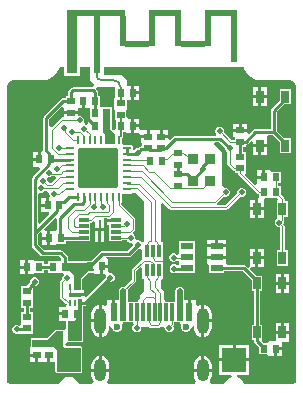
<source format=gtl>
G04*
G04 #@! TF.GenerationSoftware,Altium Limited,Altium Designer,22.10.1 (41)*
G04*
G04 Layer_Physical_Order=1*
G04 Layer_Color=255*
%FSLAX44Y44*%
%MOMM*%
G71*
G04*
G04 #@! TF.SameCoordinates,4435170C-8FAF-4430-8920-974BABAA59A2*
G04*
G04*
G04 #@! TF.FilePolarity,Positive*
G04*
G01*
G75*
%ADD12C,0.2500*%
%ADD17R,0.6000X1.5000*%
%ADD18R,0.3000X1.5000*%
%ADD19R,0.3000X0.9900*%
G04:AMPARAMS|DCode=20|XSize=0.9mm|YSize=0.8mm|CornerRadius=0.04mm|HoleSize=0mm|Usage=FLASHONLY|Rotation=270.000|XOffset=0mm|YOffset=0mm|HoleType=Round|Shape=RoundedRectangle|*
%AMROUNDEDRECTD20*
21,1,0.9000,0.7200,0,0,270.0*
21,1,0.8200,0.8000,0,0,270.0*
1,1,0.0800,-0.3600,-0.4100*
1,1,0.0800,-0.3600,0.4100*
1,1,0.0800,0.3600,0.4100*
1,1,0.0800,0.3600,-0.4100*
%
%ADD20ROUNDEDRECTD20*%
%ADD21R,0.7000X0.6000*%
%ADD22R,0.6000X0.7000*%
G04:AMPARAMS|DCode=23|XSize=3.45mm|YSize=3.45mm|CornerRadius=0.1725mm|HoleSize=0mm|Usage=FLASHONLY|Rotation=90.000|XOffset=0mm|YOffset=0mm|HoleType=Round|Shape=RoundedRectangle|*
%AMROUNDEDRECTD23*
21,1,3.4500,3.1050,0,0,90.0*
21,1,3.1050,3.4500,0,0,90.0*
1,1,0.3450,1.5525,1.5525*
1,1,0.3450,1.5525,-1.5525*
1,1,0.3450,-1.5525,-1.5525*
1,1,0.3450,-1.5525,1.5525*
%
%ADD23ROUNDEDRECTD23*%
G04:AMPARAMS|DCode=24|XSize=0.25mm|YSize=0.7mm|CornerRadius=0.0125mm|HoleSize=0mm|Usage=FLASHONLY|Rotation=270.000|XOffset=0mm|YOffset=0mm|HoleType=Round|Shape=RoundedRectangle|*
%AMROUNDEDRECTD24*
21,1,0.2500,0.6750,0,0,270.0*
21,1,0.2250,0.7000,0,0,270.0*
1,1,0.0250,-0.3375,-0.1125*
1,1,0.0250,-0.3375,0.1125*
1,1,0.0250,0.3375,0.1125*
1,1,0.0250,0.3375,-0.1125*
%
%ADD24ROUNDEDRECTD24*%
G04:AMPARAMS|DCode=25|XSize=0.25mm|YSize=0.7mm|CornerRadius=0.0125mm|HoleSize=0mm|Usage=FLASHONLY|Rotation=180.000|XOffset=0mm|YOffset=0mm|HoleType=Round|Shape=RoundedRectangle|*
%AMROUNDEDRECTD25*
21,1,0.2500,0.6750,0,0,180.0*
21,1,0.2250,0.7000,0,0,180.0*
1,1,0.0250,-0.1125,0.3375*
1,1,0.0250,0.1125,0.3375*
1,1,0.0250,0.1125,-0.3375*
1,1,0.0250,-0.1125,-0.3375*
%
%ADD25ROUNDEDRECTD25*%
%ADD26R,0.9000X0.3000*%
%ADD28R,0.6500X1.0500*%
%ADD29R,1.0500X0.5500*%
%ADD30R,0.2000X0.6000*%
%ADD31R,0.9900X0.3500*%
%ADD51C,0.1553*%
%ADD52R,0.2500X1.6500*%
%ADD53R,2.0000X2.0000*%
%ADD54R,0.5000X3.9400*%
%ADD55R,2.7000X0.5000*%
%ADD56R,0.5000X2.6400*%
%ADD57R,2.0000X0.5000*%
%ADD58R,0.5000X4.9000*%
%ADD59R,5.0000X0.5000*%
%ADD60R,0.9000X4.9000*%
%ADD61C,0.1250*%
%ADD62C,0.1100*%
%ADD63C,0.2540*%
%ADD64C,0.1550*%
%ADD65C,0.5000*%
%ADD66C,0.6000*%
%ADD67O,1.0000X2.2000*%
%ADD68O,1.0000X1.9000*%
%ADD69C,0.5000*%
G36*
X793270Y810960D02*
X796077D01*
X797540Y810960D01*
X797750Y809047D01*
Y802250D01*
X796460Y802040D01*
Y798255D01*
X795928Y797803D01*
X794460Y797151D01*
X793769Y797437D01*
X793493Y797656D01*
X792635Y799527D01*
X792835Y800010D01*
Y801502D01*
X792264Y802880D01*
X791209Y803935D01*
X789831Y804506D01*
X788339D01*
X788040Y804706D01*
Y805730D01*
X782000D01*
X775960D01*
Y803184D01*
X774354D01*
X773623Y803039D01*
X773003Y802624D01*
X765549Y795171D01*
X763549Y795999D01*
Y801944D01*
X773960Y812355D01*
X775960Y811527D01*
Y808270D01*
X782000D01*
X788040D01*
Y810960D01*
X790730D01*
Y817000D01*
X793270D01*
Y810960D01*
D02*
G37*
G36*
X818970Y820030D02*
X818470D01*
X818470Y809970D01*
X819250Y808293D01*
Y800750D01*
X819750D01*
Y792992D01*
X817750Y792163D01*
X816353Y793560D01*
Y810000D01*
X816250Y810249D01*
Y811750D01*
X808043D01*
X807595Y811875D01*
X806250Y812957D01*
Y821750D01*
X804549D01*
Y824536D01*
X804355Y825511D01*
X803802Y826338D01*
X802886Y827254D01*
X803969Y829000D01*
X818970D01*
Y820030D01*
D02*
G37*
G36*
X815000Y793000D02*
X819000Y789000D01*
Y781000D01*
X811000D01*
Y789000D01*
X809000Y791000D01*
Y810000D01*
X815000D01*
Y793000D01*
D02*
G37*
G36*
X928343Y844136D02*
X929759Y841487D01*
X931664Y839164D01*
X933987Y837259D01*
X936636Y835843D01*
X939510Y834971D01*
X942500Y834676D01*
Y834696D01*
X967500D01*
X967544Y834705D01*
X969304Y834355D01*
X970833Y833333D01*
X971855Y831804D01*
X972205Y830044D01*
X972196Y830000D01*
Y580000D01*
X972165D01*
X972000Y579172D01*
X971531Y578469D01*
X970828Y578000D01*
X970000Y577835D01*
Y577804D01*
X928310D01*
X927643Y579413D01*
X926241Y581241D01*
X924413Y582643D01*
X922284Y583525D01*
X922628Y585460D01*
X932540D01*
Y596730D01*
X920000D01*
X907460D01*
Y585460D01*
X917372D01*
X917716Y583525D01*
X915587Y582643D01*
X913759Y581241D01*
X912357Y579413D01*
X911691Y577804D01*
X900039D01*
X899150Y579804D01*
X899836Y580698D01*
X900596Y582532D01*
X900855Y584500D01*
Y587730D01*
X893250D01*
X885645D01*
Y584500D01*
X885904Y582532D01*
X886664Y580698D01*
X887349Y579804D01*
X886461Y577804D01*
X813539D01*
X812651Y579804D01*
X813336Y580698D01*
X814096Y582532D01*
X814355Y584500D01*
Y587730D01*
X806750D01*
Y589000D01*
D01*
Y587730D01*
X799145D01*
Y584500D01*
X799404Y582532D01*
X800164Y580698D01*
X800850Y579804D01*
X799961Y577804D01*
X788309D01*
X787643Y579413D01*
X786241Y581241D01*
X784413Y582643D01*
X782284Y583525D01*
X780000Y583825D01*
X777716Y583525D01*
X775587Y582643D01*
X773759Y581241D01*
X772357Y579413D01*
X771690Y577804D01*
X730000Y577804D01*
Y577835D01*
X729172Y578000D01*
X728469Y578469D01*
X728000Y579172D01*
X727835Y580000D01*
X727804D01*
Y830000D01*
X727795Y830044D01*
X728145Y831804D01*
X729167Y833333D01*
X730696Y834355D01*
X732456Y834705D01*
X732500Y834696D01*
X757500D01*
Y834676D01*
X760490Y834971D01*
X763364Y835843D01*
X766013Y837259D01*
X768336Y839164D01*
X770241Y841487D01*
X771657Y844136D01*
X772071Y845500D01*
X775460D01*
Y837960D01*
X789540D01*
Y845500D01*
X797500D01*
Y835000D01*
X801689Y830811D01*
X801628Y830371D01*
X800536Y828549D01*
X783465D01*
X782489Y828355D01*
X781662Y827802D01*
X780198Y826338D01*
X779645Y825511D01*
X779451Y824536D01*
Y821250D01*
X777250D01*
Y819549D01*
X775000D01*
X774025Y819355D01*
X773198Y818802D01*
X759198Y804802D01*
X758645Y803976D01*
X758451Y803000D01*
Y775000D01*
X756678Y773660D01*
X756150D01*
Y767620D01*
X754880D01*
Y766350D01*
X749340D01*
Y761580D01*
X755006D01*
X755771Y759732D01*
X749198Y753158D01*
X748645Y752331D01*
X748451Y751356D01*
Y705000D01*
Y694784D01*
X748645Y693809D01*
X749198Y692982D01*
X755982Y686198D01*
X756809Y685645D01*
X757784Y685451D01*
X771944D01*
X773088Y684307D01*
Y681802D01*
X772537Y681250D01*
X770750Y681250D01*
X770250Y681250D01*
X762250D01*
Y679049D01*
X758750D01*
Y681250D01*
X751506D01*
X750040Y682540D01*
X748784Y682540D01*
X745770D01*
Y676500D01*
Y670460D01*
X750040D01*
X751506Y671750D01*
X758750D01*
Y673951D01*
X762250D01*
Y671750D01*
X770250D01*
X770750Y671750D01*
X772250D01*
X772750Y671750D01*
X774834D01*
X774845Y671733D01*
X775447Y669750D01*
X774821Y669124D01*
X774250Y667746D01*
Y666442D01*
X772868Y665061D01*
X772454Y664440D01*
X772309Y663709D01*
Y651398D01*
X772454Y650667D01*
X772868Y650046D01*
X777505Y645409D01*
X778058Y645040D01*
X778097Y644856D01*
X777726Y643040D01*
X771460D01*
Y638270D01*
X777000D01*
Y635730D01*
X771460D01*
Y630960D01*
X777647D01*
Y624171D01*
X777177Y623693D01*
X775647Y623085D01*
X775000Y623353D01*
X769000D01*
X768043Y622957D01*
X767837Y622750D01*
X767750D01*
Y622663D01*
X761440Y616353D01*
X749000D01*
X748751Y616250D01*
X748250D01*
Y616042D01*
X748043Y615957D01*
X747647Y615000D01*
Y609255D01*
X746960Y607540D01*
X746960Y607540D01*
X746960Y607540D01*
Y603270D01*
X753000D01*
Y602000D01*
X754270D01*
Y596460D01*
X761730D01*
Y602000D01*
X764270D01*
Y596460D01*
X768647D01*
Y588000D01*
X768750Y587751D01*
Y586750D01*
X769751D01*
X770000Y586647D01*
X790000D01*
X790249Y586750D01*
X791250D01*
Y587751D01*
X791353Y588000D01*
Y607919D01*
X791353Y608000D01*
X791353Y608000D01*
X791352Y608003D01*
X791353Y608005D01*
X791250Y609250D01*
X790000Y609353D01*
X789999Y609353D01*
X789995Y609353D01*
X789995Y609353D01*
X789914Y609353D01*
X789292Y609350D01*
X778250Y609308D01*
X776925Y610911D01*
X777098Y611557D01*
X779000Y612647D01*
X791000D01*
X791957Y613043D01*
X792353Y614000D01*
Y631000D01*
Y643951D01*
X793500D01*
X794475Y644145D01*
X795302Y644698D01*
X814355Y663750D01*
X815746D01*
X817124Y664321D01*
X818179Y665376D01*
X818750Y666754D01*
Y668246D01*
X818179Y669624D01*
X817124Y670679D01*
X815746Y671250D01*
X814254Y671250D01*
X813540Y673098D01*
Y675730D01*
X809270D01*
Y670960D01*
X810374D01*
X810689Y670669D01*
X811546Y668960D01*
X811250Y668246D01*
Y667855D01*
X794338Y650943D01*
X792490Y651708D01*
Y651730D01*
X785000D01*
Y654270D01*
X792490D01*
Y657290D01*
X791353D01*
Y666440D01*
X796560Y671647D01*
X800745D01*
X802460Y670960D01*
Y670960D01*
X806730D01*
Y677000D01*
X808000D01*
Y678270D01*
X813540D01*
Y683040D01*
X812139D01*
X811070Y685040D01*
X811085Y685063D01*
X830610D01*
X831585Y685257D01*
X832412Y685809D01*
X838275Y691672D01*
X839116D01*
X839960Y692022D01*
X841498Y691309D01*
X841960Y690880D01*
Y683313D01*
X841922Y683288D01*
X833685Y675051D01*
X833288Y674455D01*
X833148Y673753D01*
Y665743D01*
X827035Y659630D01*
X826746Y659750D01*
X826369D01*
X826000Y659824D01*
X825631Y659750D01*
X825254D01*
X824906Y659606D01*
X824537Y659532D01*
X824224Y659323D01*
X823876Y659179D01*
X823610Y658913D01*
X823296Y658704D01*
X823087Y658391D01*
X822821Y658124D01*
X822677Y657776D01*
X822468Y657463D01*
X822394Y657094D01*
X822250Y656746D01*
Y656369D01*
X822177Y656000D01*
Y648540D01*
X819270D01*
Y638500D01*
X816730D01*
Y648540D01*
X812460D01*
Y644643D01*
X810553Y643586D01*
X808718Y644346D01*
X808020Y644438D01*
Y631000D01*
Y617562D01*
X808718Y617654D01*
X810553Y618414D01*
X812128Y619622D01*
X813336Y621197D01*
X814096Y623032D01*
X814355Y625000D01*
Y626488D01*
X814750Y626642D01*
X816750Y625278D01*
Y625155D01*
X817397Y623593D01*
X818593Y622397D01*
X820155Y621750D01*
X821845D01*
X823407Y622397D01*
X824603Y623593D01*
X825250Y625155D01*
Y626845D01*
X824875Y627750D01*
X825723Y629449D01*
X826047Y629750D01*
X834334D01*
X834345Y629733D01*
X834947Y627750D01*
X834321Y627124D01*
X833750Y625746D01*
Y624254D01*
X834321Y622876D01*
X835376Y621821D01*
X836754Y621250D01*
X838246D01*
X839624Y621821D01*
X840679Y622876D01*
X841250Y624254D01*
Y625746D01*
X841420Y626000D01*
X846960D01*
X847407Y625553D01*
X848454Y624854D01*
X849689Y624608D01*
X855311D01*
X856546Y624854D01*
X857593Y625553D01*
X858040Y626000D01*
X859395D01*
X860040Y625952D01*
X861243Y624515D01*
Y624371D01*
X861814Y622993D01*
X862869Y621938D01*
X864247Y621367D01*
X865739D01*
X867117Y621938D01*
X868172Y622993D01*
X868743Y624371D01*
Y625863D01*
X868373Y626756D01*
X868798Y627181D01*
X869195Y627776D01*
X869335Y628479D01*
Y629750D01*
X873953D01*
X874277Y629449D01*
X875125Y627750D01*
X874750Y626845D01*
Y625155D01*
X875397Y623593D01*
X876593Y622397D01*
X878155Y621750D01*
X879845D01*
X881407Y622397D01*
X882603Y623593D01*
X883250Y625155D01*
Y625278D01*
X885250Y626642D01*
X885645Y626488D01*
Y625000D01*
X885904Y623032D01*
X886664Y621197D01*
X887872Y619622D01*
X889447Y618414D01*
X891282Y617654D01*
X891980Y617562D01*
Y631000D01*
Y644438D01*
X891282Y644346D01*
X889447Y643586D01*
X887540Y644643D01*
Y648540D01*
X883270D01*
Y638500D01*
X880730D01*
Y648540D01*
X877823D01*
Y656000D01*
X877750Y656369D01*
Y656746D01*
X877606Y657094D01*
X877532Y657463D01*
X877323Y657776D01*
X877179Y658124D01*
X876913Y658391D01*
X876704Y658704D01*
X876390Y658913D01*
X876124Y659179D01*
X875776Y659323D01*
X875463Y659532D01*
X875094Y659606D01*
X874746Y659750D01*
X874369D01*
X874000Y659824D01*
X873631Y659750D01*
X873254D01*
X872906Y659606D01*
X872537Y659532D01*
X872224Y659323D01*
X871876Y659179D01*
X871610Y658913D01*
X871296Y658704D01*
X871087Y658391D01*
X870821Y658124D01*
X870677Y657776D01*
X870468Y657463D01*
X870394Y657094D01*
X870250Y656746D01*
Y656369D01*
X870176Y656000D01*
Y647250D01*
X861540D01*
Y648540D01*
X860392D01*
Y654945D01*
X860146Y656180D01*
X859447Y657227D01*
X858000Y658674D01*
Y665487D01*
X858646Y666454D01*
X858648Y666460D01*
X860040D01*
Y680560D01*
X860040Y681440D01*
X860040D01*
Y682560D01*
X860040D01*
Y697540D01*
X858648D01*
X858646Y697546D01*
X858000Y698513D01*
Y730026D01*
X860000Y730854D01*
X865152Y725702D01*
X865747Y725304D01*
X866450Y725165D01*
X913055D01*
X913758Y725304D01*
X914353Y725702D01*
X924888Y736237D01*
X925687Y735906D01*
X927179D01*
X928558Y736477D01*
X929612Y737532D01*
X930183Y738910D01*
Y740402D01*
X929612Y741780D01*
X928558Y742835D01*
X927179Y743406D01*
X925687D01*
X924309Y742835D01*
X923254Y741780D01*
X922683Y740402D01*
Y739223D01*
X912295Y728835D01*
X906202D01*
X905582Y730271D01*
X905529Y730835D01*
X911123Y736430D01*
X911947Y736088D01*
X913438D01*
X914817Y736659D01*
X915872Y737714D01*
X916443Y739092D01*
Y740584D01*
X915872Y741963D01*
X914817Y743017D01*
X913438Y743588D01*
X911947D01*
X910000Y744947D01*
Y773000D01*
X902549Y780451D01*
X903377Y782451D01*
X906944D01*
X912250Y777145D01*
Y776254D01*
X912821Y774876D01*
X913876Y773821D01*
X914165Y773701D01*
Y763965D01*
X914304Y763262D01*
X914702Y762667D01*
X918667Y758702D01*
X919262Y758304D01*
X919965Y758165D01*
X920250D01*
Y755750D01*
X923266D01*
X923356Y755292D01*
X923754Y754697D01*
X939697Y738754D01*
X940292Y738356D01*
X940750Y738266D01*
Y735540D01*
X940750Y735250D01*
X940520Y734688D01*
Y727020D01*
X945040D01*
Y733250D01*
X945040Y733540D01*
X945740Y735250D01*
X948750D01*
X949250Y735250D01*
X950750D01*
X951250Y735250D01*
X955933D01*
X956706Y734250D01*
X956250Y732250D01*
X956250D01*
Y719250D01*
X956250D01*
X955931Y717382D01*
X955867Y717355D01*
X954812Y716301D01*
X954241Y714922D01*
Y713430D01*
X954812Y712052D01*
X955867Y710997D01*
X957245Y710426D01*
X958737D01*
X958915Y708578D01*
Y690750D01*
X956250D01*
Y677750D01*
X965250D01*
Y690750D01*
X962585D01*
Y711066D01*
X962446Y711768D01*
X962048Y712364D01*
X961519Y712893D01*
X961741Y713430D01*
Y714922D01*
X961685Y715057D01*
X961974Y715346D01*
X962388Y715966D01*
X962534Y716697D01*
Y719250D01*
X965250D01*
Y732250D01*
X962662D01*
Y733750D01*
X962516Y734482D01*
X962102Y735102D01*
X959250Y737954D01*
Y744750D01*
X956912D01*
Y747750D01*
X959250D01*
Y757250D01*
X952006D01*
X950540Y758540D01*
X949284Y758540D01*
X946270D01*
Y752500D01*
X945000D01*
Y751230D01*
X939460D01*
Y747010D01*
X937657Y745985D01*
X929206Y754436D01*
X929750Y755750D01*
X929750D01*
Y764250D01*
X929750D01*
Y765750D01*
X929750D01*
Y774250D01*
X927549D01*
Y778250D01*
X929750D01*
Y780115D01*
X930618Y780288D01*
X931445Y780840D01*
X934112Y783508D01*
X935960Y782742D01*
Y780520D01*
X941750D01*
X947540D01*
Y787040D01*
X948956Y788451D01*
X952444D01*
X958750Y782145D01*
Y772750D01*
X967750D01*
Y785750D01*
X962355D01*
X956049Y792056D01*
Y807944D01*
X962355Y814250D01*
X967750D01*
Y827250D01*
X958750D01*
Y817855D01*
X951698Y810802D01*
X951145Y809976D01*
X950951Y809000D01*
Y793549D01*
X938000D01*
X937025Y793355D01*
X936198Y792802D01*
X932888Y789493D01*
X931040Y790258D01*
Y791230D01*
X925000D01*
X918960D01*
Y786960D01*
X920250Y786750D01*
Y784494D01*
X917585D01*
X911521Y790558D01*
X911609Y790770D01*
Y792262D01*
X911038Y793641D01*
X909984Y794695D01*
X908605Y795266D01*
X907113D01*
X905735Y794695D01*
X904680Y793641D01*
X904109Y792262D01*
Y790770D01*
X904615Y789549D01*
X904327Y788731D01*
X903695Y787549D01*
X870000D01*
X869025Y787355D01*
X868198Y786802D01*
X865888Y784492D01*
X864040Y785258D01*
Y785730D01*
X858000D01*
Y787000D01*
X856730D01*
Y792540D01*
X851960D01*
Y792540D01*
X848270D01*
Y787000D01*
X847000D01*
Y785730D01*
X840960D01*
Y781460D01*
X842250Y781250D01*
Y778656D01*
X841214D01*
X840239Y778462D01*
X839412Y777909D01*
X838395Y776893D01*
X837504D01*
X836126Y776322D01*
X835711Y775907D01*
X835377Y775992D01*
X833863Y776888D01*
Y778625D01*
X833427Y779677D01*
X832375Y780113D01*
X826961D01*
X825514Y780514D01*
X825113Y781961D01*
Y785908D01*
X825460Y786255D01*
X825460Y786255D01*
X825908Y786924D01*
X826065Y787714D01*
Y791250D01*
X828250D01*
X828460Y789960D01*
X832730D01*
Y796000D01*
Y802040D01*
X830506D01*
X828750Y804040D01*
Y808293D01*
X829530Y809970D01*
X829530Y810927D01*
Y817960D01*
X832730D01*
Y824000D01*
Y830040D01*
X829000D01*
Y835000D01*
X825000Y839000D01*
X810000D01*
Y845500D01*
X927929D01*
X928343Y844136D01*
D02*
G37*
G36*
X769100Y751616D02*
X765207Y747723D01*
X763817D01*
X761969Y748268D01*
Y749760D01*
X761420Y751086D01*
X761532Y751336D01*
X762389Y752608D01*
X762568Y752796D01*
X764008D01*
X765386Y753367D01*
X765482Y753464D01*
X768334D01*
X769100Y751616D01*
D02*
G37*
G36*
X763337Y739496D02*
Y738004D01*
X763736Y737040D01*
X763270Y735951D01*
Y729000D01*
X762000D01*
Y727730D01*
X756460D01*
Y722960D01*
X762742D01*
X763508Y721112D01*
X755397Y713001D01*
X753549Y713767D01*
Y737968D01*
X755379Y739375D01*
X756871D01*
X758249Y739946D01*
X759304Y741001D01*
X759392Y741213D01*
X761883D01*
X763337Y739496D01*
D02*
G37*
G36*
X768970Y718166D02*
X769951Y717518D01*
Y708456D01*
X768540Y707040D01*
X767284Y707040D01*
X764270D01*
Y701000D01*
Y694960D01*
X768540D01*
X770006Y696250D01*
X777250D01*
Y698451D01*
X786750D01*
Y698250D01*
X798250D01*
Y703250D01*
Y714088D01*
X798428D01*
X799159Y714234D01*
X799780Y714648D01*
X800362Y715231D01*
X802210Y714465D01*
Y709770D01*
X806000D01*
X809790D01*
Y717789D01*
X812460D01*
Y717270D01*
X819500D01*
Y714730D01*
X812460D01*
Y711960D01*
X813750D01*
Y698250D01*
X825250D01*
Y699088D01*
X829233D01*
X829321Y698876D01*
X830376Y697821D01*
X831754Y697250D01*
X832903D01*
X833606Y696807D01*
X834524Y695131D01*
X829554Y690161D01*
X808111D01*
X807136Y689967D01*
X806309Y689414D01*
X798645Y681750D01*
X793750D01*
Y681290D01*
X779049D01*
Y684500D01*
X778855Y685475D01*
X778302Y686302D01*
X774802Y689802D01*
X773976Y690355D01*
X773000Y690549D01*
X758840D01*
X753549Y695840D01*
Y703944D01*
X755460Y705855D01*
X757460Y705027D01*
Y702270D01*
X761730D01*
Y707040D01*
X759473D01*
X758645Y709040D01*
X768006Y718402D01*
X768970Y718166D01*
D02*
G37*
G36*
X844000Y732000D02*
Y698513D01*
X843719Y698092D01*
X841667Y697752D01*
X840494Y698601D01*
X839116Y699172D01*
X837967D01*
X837217Y699644D01*
X836250Y700768D01*
Y701746D01*
X835679Y703124D01*
X834968Y703835D01*
X834632Y705127D01*
X834641Y706337D01*
X835834Y707530D01*
X836249Y708150D01*
X836394Y708882D01*
Y716876D01*
X836249Y717608D01*
X835834Y718228D01*
X824448Y729615D01*
X824639Y731557D01*
X824677Y731573D01*
X825113Y732625D01*
Y738238D01*
X825625Y738658D01*
X832375D01*
X833415Y738865D01*
X834296Y739454D01*
X834297Y739455D01*
X836407Y739593D01*
X844000Y732000D01*
D02*
G37*
G36*
X795773Y678667D02*
X795645Y678475D01*
X795451Y677500D01*
Y677000D01*
X795645Y676025D01*
X796198Y675198D01*
X797025Y674645D01*
X798000Y674451D01*
X798975Y674645D01*
X799730Y675149D01*
X800124Y675065D01*
X801000Y674704D01*
Y673000D01*
X796000D01*
X790000Y667000D01*
Y657000D01*
X784000D01*
Y670000D01*
X781000Y673000D01*
X777874D01*
X777706Y673481D01*
X777663Y674270D01*
X778302Y674698D01*
X778855Y675525D01*
X779049Y676500D01*
Y679937D01*
X795094D01*
X795773Y678667D01*
D02*
G37*
G36*
X841960Y675521D02*
Y666460D01*
X843353D01*
X843354Y666454D01*
X844000Y665487D01*
Y656000D01*
X840000Y652000D01*
Y650389D01*
X839854Y650170D01*
X839608Y648935D01*
Y648540D01*
X838460D01*
Y647250D01*
X829824D01*
Y656000D01*
X829750Y656369D01*
Y656746D01*
X829630Y657035D01*
X836281Y663685D01*
X836679Y664281D01*
X836818Y664983D01*
Y672993D01*
X840112Y676287D01*
X841960Y675521D01*
D02*
G37*
G36*
X791000Y631000D02*
Y614000D01*
X779000D01*
Y631000D01*
X785000D01*
X788000Y635000D01*
Y649518D01*
X791000D01*
Y631000D01*
D02*
G37*
G36*
X775000Y610000D02*
X776547Y607948D01*
X790000Y608000D01*
Y588000D01*
X770000D01*
Y606000D01*
X767000Y609000D01*
X749000D01*
Y615000D01*
X762000D01*
X769000Y622000D01*
X775000D01*
Y610000D01*
D02*
G37*
%LPC*%
G36*
X839540Y830040D02*
X835270D01*
Y825270D01*
X839540D01*
Y830040D01*
D02*
G37*
G36*
X947540Y828540D02*
X943020D01*
Y822020D01*
X947540D01*
Y828540D01*
D02*
G37*
G36*
X940480D02*
X935960D01*
Y822020D01*
X940480D01*
Y828540D01*
D02*
G37*
G36*
X839540Y822730D02*
X835270D01*
Y817960D01*
X839540D01*
Y822730D01*
D02*
G37*
G36*
X947540Y819480D02*
X943020D01*
Y812960D01*
X947540D01*
Y819480D01*
D02*
G37*
G36*
X940480D02*
X935960D01*
Y812960D01*
X940480D01*
Y819480D01*
D02*
G37*
G36*
X835270Y802040D02*
Y797270D01*
X839540D01*
Y802040D01*
X835270D01*
D02*
G37*
G36*
X931040Y798040D02*
X926270D01*
Y793770D01*
X931040D01*
Y798040D01*
D02*
G37*
G36*
X923730D02*
X918960D01*
Y793770D01*
X923730D01*
Y798040D01*
D02*
G37*
G36*
X839540Y794730D02*
X835270D01*
Y789960D01*
X839540D01*
X840960Y788560D01*
Y788270D01*
X845730D01*
Y792540D01*
X840960D01*
X839540Y793940D01*
Y794730D01*
D02*
G37*
G36*
X864040Y792540D02*
X859270D01*
Y788270D01*
X864040D01*
Y792540D01*
D02*
G37*
G36*
X947540Y777980D02*
X943020D01*
Y771460D01*
X947540D01*
Y777980D01*
D02*
G37*
G36*
X940480D02*
X935960D01*
Y771460D01*
X940480D01*
Y777980D01*
D02*
G37*
G36*
X753610Y773660D02*
X749340D01*
Y768890D01*
X753610D01*
Y773660D01*
D02*
G37*
G36*
X943730Y758540D02*
X939460D01*
Y753770D01*
X943730D01*
Y758540D01*
D02*
G37*
G36*
X937980Y733540D02*
X933460D01*
Y727020D01*
X937980D01*
Y733540D01*
D02*
G37*
G36*
X945040Y724480D02*
X940520D01*
Y717960D01*
X945040D01*
Y724480D01*
D02*
G37*
G36*
X937980D02*
X933460D01*
Y717960D01*
X937980D01*
Y724480D01*
D02*
G37*
G36*
X912790Y699790D02*
X906270D01*
Y695770D01*
X912790D01*
Y699790D01*
D02*
G37*
G36*
X903730D02*
X897210D01*
Y695770D01*
X903730D01*
Y699790D01*
D02*
G37*
G36*
X886500Y698500D02*
X873500D01*
Y691000D01*
X873500Y690500D01*
Y689000D01*
X873500Y688500D01*
Y687620D01*
X873095Y687389D01*
X871500Y687007D01*
X870783Y687724D01*
X869405Y688295D01*
X867913D01*
X866535Y687724D01*
X865480Y686669D01*
X864909Y685291D01*
Y683799D01*
X865480Y682421D01*
X866535Y681366D01*
X867913Y680795D01*
X869405D01*
X870783Y681366D01*
X871500Y682083D01*
X873095Y681701D01*
X873500Y681469D01*
X873500Y681000D01*
Y679500D01*
X873500Y679000D01*
Y678163D01*
X871500Y677803D01*
X871124Y678179D01*
X869746Y678750D01*
X868254D01*
X866876Y678179D01*
X865821Y677124D01*
X865250Y675746D01*
Y674254D01*
X865821Y672876D01*
X866876Y671821D01*
X868254Y671250D01*
X869746D01*
X871124Y671821D01*
X871500Y672197D01*
X873500Y671837D01*
Y671500D01*
X886500D01*
Y679000D01*
X886500Y679500D01*
Y681000D01*
X886500Y681500D01*
Y688500D01*
X886500Y689000D01*
Y690500D01*
X886500Y691000D01*
Y698500D01*
D02*
G37*
G36*
X905000Y694500D02*
D01*
Y693230D01*
X897210D01*
Y689210D01*
Y686270D01*
X905000D01*
X912790D01*
Y689210D01*
Y693230D01*
X905000D01*
Y694500D01*
D02*
G37*
G36*
X945040Y692040D02*
X940520D01*
Y685520D01*
X945040D01*
Y692040D01*
D02*
G37*
G36*
X937980D02*
X933460D01*
Y685520D01*
X937980D01*
Y692040D01*
D02*
G37*
G36*
X743230Y682540D02*
X738960D01*
Y677770D01*
X743230D01*
Y682540D01*
D02*
G37*
G36*
X945040Y682980D02*
X940520D01*
Y676460D01*
X945040D01*
Y682980D01*
D02*
G37*
G36*
X743230Y675230D02*
X738960D01*
Y670460D01*
X743230D01*
Y675230D01*
D02*
G37*
G36*
X966540Y670540D02*
X962020D01*
Y664020D01*
X966540D01*
Y670540D01*
D02*
G37*
G36*
X959480D02*
X954960D01*
Y664020D01*
X959480D01*
Y670540D01*
D02*
G37*
G36*
X966540Y661480D02*
X962020D01*
Y654960D01*
X966540D01*
Y661480D01*
D02*
G37*
G36*
X959480D02*
X954960D01*
Y654960D01*
X959480D01*
Y661480D01*
D02*
G37*
G36*
X894520Y644438D02*
Y632270D01*
X900855D01*
Y637000D01*
X900596Y638968D01*
X899836Y640803D01*
X898628Y642378D01*
X897053Y643586D01*
X895218Y644346D01*
X894520Y644438D01*
D02*
G37*
G36*
X805480Y644438D02*
X804782Y644346D01*
X802947Y643586D01*
X801372Y642378D01*
X800164Y640803D01*
X799404Y638968D01*
X799145Y637000D01*
Y632270D01*
X805480D01*
Y644438D01*
D02*
G37*
G36*
X751746Y667750D02*
X750254D01*
X748876Y667179D01*
X747821Y666124D01*
X747250Y664746D01*
Y663855D01*
X744948Y661552D01*
X744411Y660750D01*
X739750D01*
Y652750D01*
X739750Y652250D01*
Y650750D01*
X739750Y650250D01*
Y642250D01*
X741951D01*
Y638750D01*
X739750D01*
Y630750D01*
X739750Y630250D01*
Y628750D01*
X739750Y627971D01*
X738799Y627399D01*
X737750Y627005D01*
X736606Y627479D01*
X735114D01*
X733736Y626908D01*
X732681Y625853D01*
X732110Y624475D01*
Y622983D01*
X732681Y621605D01*
X733736Y620550D01*
X735114Y619979D01*
X736606D01*
X737750Y620453D01*
X739750Y620250D01*
Y620250D01*
X749250D01*
Y628250D01*
X749250Y628750D01*
Y630250D01*
X749250Y630750D01*
Y638750D01*
X747049D01*
Y642250D01*
X749250D01*
Y650250D01*
X749250Y650750D01*
Y652250D01*
X749250Y652750D01*
Y658004D01*
X749299Y658250D01*
Y658694D01*
X750855Y660250D01*
X751746D01*
X753124Y660821D01*
X754179Y661876D01*
X754750Y663254D01*
Y664746D01*
X754179Y666124D01*
X753124Y667179D01*
X751746Y667750D01*
D02*
G37*
G36*
X966540Y629040D02*
X962020D01*
Y622520D01*
X966540D01*
Y629040D01*
D02*
G37*
G36*
X959480D02*
X954960D01*
Y622520D01*
X959480D01*
Y629040D01*
D02*
G37*
G36*
X900855Y629730D02*
X894520D01*
Y617562D01*
X895218Y617654D01*
X897053Y618414D01*
X898628Y619622D01*
X899836Y621197D01*
X900596Y623032D01*
X900855Y625000D01*
Y629730D01*
D02*
G37*
G36*
X805480D02*
X799145D01*
Y625000D01*
X799404Y623032D01*
X800164Y621197D01*
X801372Y619622D01*
X802947Y618414D01*
X804782Y617654D01*
X805480Y617562D01*
Y629730D01*
D02*
G37*
G36*
X960540Y606230D02*
X956270D01*
Y601460D01*
X960540D01*
Y606230D01*
D02*
G37*
G36*
X912790Y683730D02*
X905000D01*
X897210D01*
Y679710D01*
X898500Y678244D01*
Y671500D01*
X911500D01*
Y672951D01*
X927444D01*
X934750Y665645D01*
Y656250D01*
X936701D01*
Y627750D01*
X934750D01*
Y614750D01*
X936701D01*
Y613750D01*
X936895Y612775D01*
X937448Y611948D01*
X940750Y608645D01*
Y602750D01*
X947994D01*
X949460Y601460D01*
X950716Y601460D01*
X953730D01*
Y607500D01*
X955000D01*
Y608770D01*
X960540D01*
Y613460D01*
X966540D01*
Y619980D01*
X960750D01*
X954960D01*
Y613540D01*
X949460Y613540D01*
X947994Y612250D01*
X944648D01*
X943375Y613844D01*
X943750Y614750D01*
X943750D01*
Y627750D01*
X941799D01*
Y656250D01*
X943750D01*
Y669250D01*
X938355D01*
X932922Y674683D01*
X933973Y676460D01*
X935247Y676460D01*
X937980D01*
Y682980D01*
X933460D01*
Y678385D01*
X933460Y676973D01*
X931683Y675922D01*
X930302Y677302D01*
X929475Y677855D01*
X928500Y678049D01*
X913608D01*
X912790Y679710D01*
X912790Y680966D01*
Y683730D01*
D02*
G37*
G36*
X932540Y610540D02*
X921270D01*
Y599270D01*
X932540D01*
Y610540D01*
D02*
G37*
G36*
X918730D02*
X907460D01*
Y599270D01*
X918730D01*
Y610540D01*
D02*
G37*
G36*
X751730Y600730D02*
X746960D01*
Y596460D01*
X751730D01*
Y600730D01*
D02*
G37*
G36*
X894520Y600938D02*
Y590270D01*
X900855D01*
Y593500D01*
X900596Y595468D01*
X899836Y597303D01*
X898628Y598878D01*
X897053Y600086D01*
X895218Y600846D01*
X894520Y600938D01*
D02*
G37*
G36*
X808020D02*
Y590270D01*
X814355D01*
Y593500D01*
X814096Y595468D01*
X813336Y597303D01*
X812128Y598878D01*
X810553Y600086D01*
X808718Y600846D01*
X808020Y600938D01*
D02*
G37*
G36*
X891980Y600938D02*
X891282Y600846D01*
X889447Y600086D01*
X887872Y598878D01*
X886664Y597303D01*
X885904Y595468D01*
X885645Y593500D01*
Y590270D01*
X891980D01*
Y600938D01*
D02*
G37*
G36*
X805480D02*
X804782Y600846D01*
X802947Y600086D01*
X801372Y598878D01*
X800164Y597303D01*
X799404Y595468D01*
X799145Y593500D01*
Y590270D01*
X805480D01*
Y600938D01*
D02*
G37*
G36*
X760730Y735040D02*
X756460D01*
Y730270D01*
X760730D01*
Y735040D01*
D02*
G37*
G36*
X809790Y707230D02*
X807270D01*
Y697710D01*
X809790D01*
Y707230D01*
D02*
G37*
G36*
X804730D02*
X802210D01*
Y697710D01*
X804730D01*
Y707230D01*
D02*
G37*
G36*
X761730Y699730D02*
X757460D01*
Y694960D01*
X761730D01*
Y699730D01*
D02*
G37*
%LPD*%
D12*
X780000Y701000D02*
X792500D01*
X775518D02*
X776000D01*
X780000D01*
X772500Y704018D02*
X775518Y701000D01*
X772500Y704018D02*
Y717926D01*
X814500Y667500D02*
X815000D01*
X793500Y646500D02*
X814500Y667500D01*
X893115Y761615D02*
X899250Y767750D01*
X884750Y750250D02*
X893115Y758615D01*
Y761615D01*
X880000Y755000D02*
X884750Y750250D01*
Y749750D02*
Y750250D01*
X872000Y755000D02*
X880000D01*
X872000D02*
Y763000D01*
X899250Y767750D02*
Y768250D01*
X953500Y791000D02*
Y809000D01*
X963250Y818750D02*
Y820750D01*
X953500Y809000D02*
X963250Y818750D01*
X775000Y817000D02*
X782000D01*
X761000Y775000D02*
Y803000D01*
X775000Y817000D01*
X870000Y785000D02*
X908000D01*
X862506Y777506D02*
X870000Y785000D01*
X908000D02*
X916000Y777000D01*
X789000Y646500D02*
X793500D01*
X744500Y656500D02*
X745000D01*
X746750Y658250D02*
Y659750D01*
X751000Y664000D01*
X745000Y656500D02*
X746750Y658250D01*
X744500Y634500D02*
Y646500D01*
X939250Y621250D02*
Y662750D01*
X751000Y705000D02*
X770250Y724250D01*
X763130Y765870D02*
X764880Y767620D01*
X772000Y729500D02*
X773750Y731250D01*
X751000Y694784D02*
X757784Y688000D01*
X751000Y694784D02*
Y705000D01*
X763130Y763486D02*
Y765870D01*
X780482Y735851D02*
X787500D01*
X782000Y817000D02*
Y824536D01*
X770250Y724250D02*
Y727250D01*
X763229Y769271D02*
Y772771D01*
X802000Y817000D02*
Y824536D01*
X802000Y807000D02*
Y817500D01*
X751000Y705000D02*
Y751356D01*
X775882Y731250D02*
X780482Y735851D01*
X751000Y751356D02*
X763130Y763486D01*
X770250Y727250D02*
X772000Y729000D01*
X773000Y688000D02*
X776500Y684500D01*
X773750Y731250D02*
X775882D01*
X783465Y826000D02*
X800536D01*
X776500Y676500D02*
Y684500D01*
X772000Y729000D02*
Y729500D01*
X763229Y769271D02*
X764880Y767620D01*
X782000Y824536D02*
X783465Y826000D01*
X757784Y688000D02*
X773000D01*
X766072Y767500D02*
X781000D01*
X761000Y775000D02*
X763229Y772771D01*
X800536Y826000D02*
X802000Y824536D01*
X848125Y775875D02*
X856875D01*
X858505Y777506D01*
X847000Y777000D02*
X848125Y775875D01*
X858505Y777506D02*
X862506D01*
X829000Y772500D02*
X836931D01*
X837573Y773143D01*
X838250D01*
X841214Y776107D01*
X829000Y772500D02*
Y777500D01*
X841214Y776107D02*
X846107D01*
X847000Y777000D01*
X838370Y695372D02*
Y695422D01*
X830610Y687612D02*
X838370Y695372D01*
X808111Y687612D02*
X830610D01*
X798000Y677500D02*
X808111Y687612D01*
X798000Y677000D02*
Y677500D01*
X772500Y717926D02*
X784181Y729607D01*
X790695D01*
X754500Y676500D02*
X766500D01*
X925000Y770000D02*
Y782500D01*
X938000Y791000D02*
X953500D01*
X963250Y781250D01*
X929643Y782643D02*
X938000Y791000D01*
X925143Y782643D02*
X929643D01*
X925000Y782500D02*
X925143Y782643D01*
X963250Y779250D02*
Y781250D01*
X945000Y607500D02*
Y608000D01*
X939250Y613750D02*
Y621250D01*
Y613750D02*
X945000Y608000D01*
X879500Y675000D02*
X880000Y675500D01*
X869000Y675000D02*
X879500D01*
X928500Y675500D02*
X939250Y664750D01*
Y662750D02*
Y664750D01*
X905000Y675500D02*
X928500D01*
X735860Y623729D02*
X743729D01*
X744500Y624500D01*
X790695Y729607D02*
X792511Y731422D01*
X792500Y734091D02*
Y736989D01*
Y734091D02*
X792511Y734080D01*
Y731422D02*
Y734080D01*
D17*
X826000Y638500D02*
D03*
X818000D02*
D03*
X882000D02*
D03*
X874000D02*
D03*
D18*
X832500D02*
D03*
X837500D02*
D03*
X842500D02*
D03*
X867500D02*
D03*
X862500D02*
D03*
X857500D02*
D03*
X852500D02*
D03*
X847500D02*
D03*
D19*
X856000Y690050D02*
D03*
X851000D02*
D03*
X846000D02*
D03*
Y673950D02*
D03*
X851000D02*
D03*
X856000D02*
D03*
D20*
X884750Y768250D02*
D03*
Y749750D02*
D03*
X899250Y768250D02*
D03*
Y749750D02*
D03*
D21*
X824000Y805000D02*
D03*
Y815000D02*
D03*
X925000Y770000D02*
D03*
Y760000D02*
D03*
X744500Y646500D02*
D03*
Y656500D02*
D03*
Y634500D02*
D03*
Y624500D02*
D03*
X753000Y602000D02*
D03*
Y612000D02*
D03*
X763000Y602000D02*
D03*
Y612000D02*
D03*
X872000Y773000D02*
D03*
Y763000D02*
D03*
Y745000D02*
D03*
Y755000D02*
D03*
X847000Y787000D02*
D03*
Y777000D02*
D03*
X858000Y787000D02*
D03*
Y777000D02*
D03*
X782000Y807000D02*
D03*
Y817000D02*
D03*
X925000Y792500D02*
D03*
Y782500D02*
D03*
D22*
X764880Y767620D02*
D03*
X754880D02*
D03*
X766500Y676500D02*
D03*
X776500D02*
D03*
X772000Y618000D02*
D03*
X782000D02*
D03*
X802000Y796000D02*
D03*
X812000D02*
D03*
X859000Y766000D02*
D03*
X849000D02*
D03*
X834000Y796000D02*
D03*
X824000D02*
D03*
X834000Y824000D02*
D03*
X824000D02*
D03*
X792000Y817000D02*
D03*
X802000D02*
D03*
X802000Y807000D02*
D03*
X812000D02*
D03*
X772000Y729000D02*
D03*
X762000D02*
D03*
X763000Y701000D02*
D03*
X773000D02*
D03*
X945000Y740000D02*
D03*
X955000D02*
D03*
X945000Y752500D02*
D03*
X955000D02*
D03*
X744500Y676500D02*
D03*
X754500D02*
D03*
X955000Y607500D02*
D03*
X945000D02*
D03*
X808000Y677000D02*
D03*
X798000D02*
D03*
X777000Y637000D02*
D03*
X787000D02*
D03*
D23*
X805000Y760000D02*
D03*
D24*
X829000Y777500D02*
D03*
Y772500D02*
D03*
Y767500D02*
D03*
Y762500D02*
D03*
Y757500D02*
D03*
Y752500D02*
D03*
Y747500D02*
D03*
Y742500D02*
D03*
X781000D02*
D03*
Y747500D02*
D03*
Y752500D02*
D03*
Y757500D02*
D03*
Y762500D02*
D03*
Y767500D02*
D03*
Y772500D02*
D03*
Y777500D02*
D03*
D25*
X822500Y736000D02*
D03*
X817500D02*
D03*
X812500D02*
D03*
X807500D02*
D03*
X802500D02*
D03*
X797500D02*
D03*
X792500D02*
D03*
X787500D02*
D03*
Y784000D02*
D03*
X792500D02*
D03*
X797500D02*
D03*
X802500D02*
D03*
X807500D02*
D03*
X812500D02*
D03*
X817500D02*
D03*
X822500D02*
D03*
D26*
X819500Y716000D02*
D03*
Y711000D02*
D03*
Y706000D02*
D03*
Y701000D02*
D03*
X792500Y716000D02*
D03*
Y711000D02*
D03*
Y706000D02*
D03*
Y701000D02*
D03*
D28*
X963250Y820750D02*
D03*
Y779250D02*
D03*
X941750Y820750D02*
D03*
Y779250D02*
D03*
X960750Y725750D02*
D03*
Y684250D02*
D03*
X939250Y725750D02*
D03*
Y684250D02*
D03*
Y621250D02*
D03*
Y662750D02*
D03*
X960750Y621250D02*
D03*
Y662750D02*
D03*
D29*
X905000Y675500D02*
D03*
Y685000D02*
D03*
Y694500D02*
D03*
X880000D02*
D03*
Y685000D02*
D03*
Y675500D02*
D03*
D30*
X789000Y659500D02*
D03*
X785000D02*
D03*
X781000D02*
D03*
Y646500D02*
D03*
X785000D02*
D03*
X789000D02*
D03*
D31*
X785000Y653000D02*
D03*
D51*
X803500Y838500D02*
G03*
X807000Y835000I3500J0D01*
G01*
X824000Y828000D02*
G03*
X817000Y835000I-7000J0D01*
G01*
X824000Y824000D02*
Y828000D01*
Y824000D02*
X824000D01*
Y815000D02*
Y824000D01*
X803500Y838500D02*
Y865000D01*
X807000Y835000D02*
X817000D01*
D52*
X806000Y708500D02*
D03*
D53*
X920000Y598000D02*
D03*
X780000Y598000D02*
D03*
D54*
X919500Y869800D02*
D03*
D55*
X908500Y892000D02*
D03*
X861500D02*
D03*
D56*
X897500Y876300D02*
D03*
X872500D02*
D03*
X850500D02*
D03*
X825500D02*
D03*
D57*
X885000Y865600D02*
D03*
X838000D02*
D03*
D58*
X803500Y865000D02*
D03*
D59*
X803000Y892000D02*
D03*
D60*
X782500Y865000D02*
D03*
D61*
X779387Y709439D02*
Y718887D01*
X782827Y706000D02*
X792500D01*
X779387Y709439D02*
X782827Y706000D01*
X829585Y743085D02*
X833738D01*
X837548Y743105D02*
X849105Y731548D01*
X833738Y743085D02*
X833758Y743105D01*
X829000Y742500D02*
X829585Y743085D01*
X833758Y743105D02*
X837548D01*
X849105Y698897D02*
Y731548D01*
X774220Y663709D02*
X777512Y667000D01*
X774220Y651398D02*
X778857Y646761D01*
X774220Y651398D02*
Y663709D01*
X774354Y801273D02*
X788568D01*
X789085Y800756D01*
X792034Y784466D02*
Y788362D01*
Y784466D02*
X792500Y784000D01*
X789425Y790971D02*
X792034Y788362D01*
X783055Y790971D02*
X789425D01*
X792806Y793777D02*
X797500Y789083D01*
Y784000D02*
Y789083D01*
X782783Y791243D02*
X783055Y790971D01*
X783500Y784000D02*
X787500D01*
X776602Y790898D02*
Y793382D01*
Y790898D02*
X783500Y784000D01*
X852500Y638500D02*
Y649500D01*
X851000Y651000D02*
X852500Y649500D01*
Y654250D01*
X844900Y651000D02*
X851000D01*
X842835Y638835D02*
Y648935D01*
X844900Y651000D01*
X849000Y657750D02*
Y665024D01*
X846335Y667689D02*
X849000Y665024D01*
X846000Y673950D02*
X846335Y673615D01*
X849000Y657750D02*
X852500Y654250D01*
X852790Y664814D02*
X855665Y667689D01*
X846335D02*
Y673615D01*
X852790Y659320D02*
Y664814D01*
Y659320D02*
X857165Y654945D01*
X855665Y667689D02*
Y673615D01*
X857165Y638835D02*
Y654945D01*
Y638835D02*
X857500Y638500D01*
X855665Y673615D02*
X856000Y673950D01*
X846000Y690050D02*
X846335Y690385D01*
Y696311D02*
X848189Y698165D01*
X848373D01*
X849105Y698897D01*
X853811Y698165D02*
X855665Y696311D01*
X853627Y698165D02*
X853811D01*
X852895Y698897D02*
Y733118D01*
X839118Y746895D02*
X852895Y733118D01*
X833758Y746895D02*
X839118D01*
X829585Y746915D02*
X833738D01*
X833758Y746895D01*
X846335Y690385D02*
Y696311D01*
X855665Y690385D02*
X856000Y690050D01*
X855665Y690385D02*
Y696311D01*
X852895Y698897D02*
X853627Y698165D01*
X829000Y747500D02*
X829585Y746915D01*
X857165Y638165D02*
X857500Y638500D01*
X855311Y627835D02*
X857165Y629689D01*
Y638165D01*
X847500Y638500D02*
X847835Y638165D01*
Y629689D02*
X849689Y627835D01*
X855311D01*
X847835Y629689D02*
Y638165D01*
X842500Y638500D02*
X842835Y638835D01*
X777512Y667000D02*
X778000D01*
X756125Y743125D02*
X770551D01*
X819500Y706000D02*
X831601D01*
X834482Y708882D02*
Y716876D01*
X831601Y706000D02*
X834482Y708882D01*
X819500Y701000D02*
X832500D01*
X767087Y738750D02*
X767774Y738063D01*
X771958D01*
X761421Y745812D02*
X765999D01*
X758219Y749014D02*
X761421Y745812D01*
X765999D02*
X772687Y752500D01*
X960622Y725622D02*
X960750Y725750D01*
X958101Y714176D02*
X960622Y716697D01*
Y725622D01*
X957991Y714176D02*
X958101D01*
X960750Y725750D02*
Y733750D01*
X770551Y743125D02*
X774926Y747500D01*
X781000D01*
X780962Y742462D02*
X781000Y742500D01*
X776357Y742462D02*
X780962D01*
X771958Y738063D02*
X776357Y742462D01*
X764264Y756546D02*
X765435Y755376D01*
X763262Y756546D02*
X764264D01*
X907859Y791516D02*
X916794Y782582D01*
X924918D01*
X775885Y794099D02*
X776602Y793382D01*
X765648Y792566D02*
X774354Y801273D01*
X955000Y740000D02*
Y752500D01*
Y739500D02*
X960750Y733750D01*
X955000Y739500D02*
Y740000D01*
X879545Y684545D02*
X880000Y685000D01*
X868659Y684545D02*
X879545D01*
X780808Y646761D02*
X781000Y646569D01*
X778857Y646761D02*
X780808D01*
X765648Y777138D02*
Y792566D01*
Y777138D02*
X770618Y772168D01*
X771740Y777500D02*
X781000D01*
X772687Y752500D02*
X781000D01*
X780668Y772168D02*
X781000Y772500D01*
X770618Y772168D02*
X780668D01*
X765435Y755376D02*
X773275D01*
X775400Y757500D01*
X773765Y762500D02*
X781000D01*
X770223Y759855D02*
X771120D01*
X773765Y762500D01*
X775400Y757500D02*
X781000D01*
X801287Y727656D02*
Y728447D01*
X795803Y721431D02*
X797407Y723036D01*
X802128Y719700D02*
X814347D01*
X822500Y728859D02*
X834482Y716876D01*
X814251Y723768D02*
Y728720D01*
X813519Y723036D02*
X814251Y723768D01*
X797407Y723036D02*
X813519D01*
X814347Y719700D02*
X817500Y722854D01*
X792532Y724928D02*
X797500Y729896D01*
X822500Y728859D02*
Y737000D01*
X812500Y730471D02*
Y737000D01*
X807500Y729999D02*
Y737000D01*
X802500Y729660D02*
Y737000D01*
X817500Y722854D02*
Y737000D01*
X812500Y730471D02*
X814251Y728720D01*
X807500Y729999D02*
X808976Y728523D01*
Y727509D02*
Y728523D01*
X801287Y728447D02*
X802500Y729660D01*
X797500Y729896D02*
Y737000D01*
X798428Y716000D02*
X802128Y719700D01*
X792500Y716000D02*
X798428D01*
X791985Y710485D02*
X792500Y711000D01*
X785428Y724928D02*
X792532D01*
X784409Y717612D02*
X788227Y721431D01*
X795803D01*
X784409Y711691D02*
X785616Y710485D01*
X784409Y711691D02*
Y717612D01*
X785616Y710485D02*
X791985D01*
X779387Y718887D02*
X785428Y724928D01*
X819500Y711000D02*
X819675Y711175D01*
X826764D02*
X828730Y713141D01*
X829371D01*
X819675Y711175D02*
X826764D01*
D62*
X853072Y682010D02*
X862010D01*
X850988Y684094D02*
Y690011D01*
Y684094D02*
X853072Y682010D01*
X850975Y690024D02*
X850988Y690011D01*
X781000Y654200D02*
Y659500D01*
Y654200D02*
X782200Y653000D01*
X785000D01*
X848819Y681990D02*
X850903Y679906D01*
X843220Y681990D02*
X848819D01*
X850903Y674047D02*
X851000Y673950D01*
X850903Y674047D02*
Y679906D01*
X834983Y673753D02*
X843220Y681990D01*
X826000Y656000D02*
X834983Y664983D01*
Y673753D01*
X829000Y752500D02*
X840949D01*
X866450Y727000D02*
X913055D01*
X840949Y752500D02*
X866450Y727000D01*
X904098Y732000D02*
X911937Y739838D01*
X867677Y732000D02*
X904098D01*
X842177Y757500D02*
X867677Y732000D01*
X911937Y739838D02*
X912693D01*
X913055Y727000D02*
X925711Y739656D01*
X926433D01*
X829000Y757500D02*
X842177D01*
X925052Y755994D02*
Y759948D01*
X940994Y740052D02*
X944948D01*
X925000Y760000D02*
X925052Y759948D01*
Y755994D02*
X940994Y740052D01*
X944948D02*
X945000Y740000D01*
X919965Y760000D02*
X925500D01*
X916000Y763965D02*
Y777000D01*
Y763965D02*
X919965Y760000D01*
X957991Y713825D02*
X960750Y711066D01*
X957991Y713825D02*
Y714176D01*
X960750Y684250D02*
Y711066D01*
X848007Y757000D02*
X852383D01*
X829000Y762500D02*
X842507D01*
X848007Y757000D01*
X865878Y743506D02*
X870506D01*
X852383Y757000D02*
X865878Y743506D01*
X873550Y743450D02*
X893450D01*
X870506Y743506D02*
X870506Y743506D01*
X872000Y745000D01*
X879744Y770256D02*
X882744D01*
X884750Y768250D01*
X872000Y773000D02*
X877000D01*
X879744Y770256D01*
X867494Y772370D02*
X871370D01*
X859000Y766000D02*
X860881Y767881D01*
X863006D01*
X867494Y772370D01*
X871370D02*
X872000Y773000D01*
X893450Y743450D02*
X899250Y749250D01*
X872000Y745000D02*
X873550Y743450D01*
X899250Y749250D02*
Y749750D01*
X847500Y767500D02*
X849000Y766000D01*
X829000Y767500D02*
X847500D01*
X864993Y625972D02*
X867500Y628479D01*
Y638500D01*
X864993Y625117D02*
Y625972D01*
X837500Y625000D02*
Y638500D01*
D63*
X800270Y798230D02*
X802000Y796500D01*
X795286Y802713D02*
X799770Y798230D01*
X802000Y796000D02*
Y796500D01*
X799770Y798230D02*
X800270D01*
D64*
X822500Y786250D02*
X822535D01*
X824000Y787714D01*
Y796000D01*
X822500Y784000D02*
Y786250D01*
X824000Y796000D02*
Y805000D01*
D65*
X874000Y638500D02*
Y656000D01*
X826000Y638500D02*
Y656000D01*
D66*
X879000Y626000D02*
D03*
X821000D02*
D03*
D67*
X806750Y631000D02*
D03*
X893250D02*
D03*
D68*
Y589000D02*
D03*
X806750D02*
D03*
D69*
X930342Y704750D02*
D03*
X950342Y679750D02*
D03*
X950000Y667500D02*
D03*
X927882Y729270D02*
D03*
X950342Y729750D02*
D03*
Y699750D02*
D03*
Y689750D02*
D03*
X940342Y697250D02*
D03*
X880342Y707250D02*
D03*
X905342D02*
D03*
X892842Y662250D02*
D03*
X910342D02*
D03*
Y649750D02*
D03*
Y637250D02*
D03*
Y624750D02*
D03*
X962842Y637250D02*
D03*
Y647250D02*
D03*
X949832Y650642D02*
D03*
X950015Y634897D02*
D03*
X950381Y617869D02*
D03*
X936649Y605786D02*
D03*
X965000Y585000D02*
D03*
X945000D02*
D03*
X832500Y680000D02*
D03*
X932798Y772177D02*
D03*
X902842Y807250D02*
D03*
X880342D02*
D03*
X857842D02*
D03*
X902842Y822250D02*
D03*
X880342D02*
D03*
X857500Y822500D02*
D03*
X925000Y837500D02*
D03*
X902500D02*
D03*
X880000D02*
D03*
X857500D02*
D03*
X835342Y837250D02*
D03*
X869720Y586750D02*
D03*
X827842Y587250D02*
D03*
X895342Y609750D02*
D03*
X880342D02*
D03*
X850000Y610000D02*
D03*
X815000D02*
D03*
X797842Y609750D02*
D03*
X747842Y584750D02*
D03*
X735000Y585000D02*
D03*
Y595000D02*
D03*
X732500Y647500D02*
D03*
Y662500D02*
D03*
Y677500D02*
D03*
X740000Y690000D02*
D03*
Y710000D02*
D03*
Y730000D02*
D03*
Y750000D02*
D03*
Y770000D02*
D03*
X750000Y780000D02*
D03*
X740000Y790000D02*
D03*
X750000Y800000D02*
D03*
Y820000D02*
D03*
X740000Y810000D02*
D03*
X760000Y830000D02*
D03*
X780771Y833127D02*
D03*
X793271Y840627D02*
D03*
X795000Y832500D02*
D03*
X740000Y830000D02*
D03*
X743271Y665627D02*
D03*
X829778Y735393D02*
D03*
X932500Y757500D02*
D03*
X892500Y675000D02*
D03*
Y685000D02*
D03*
Y695000D02*
D03*
X902500Y720000D02*
D03*
X887500D02*
D03*
X867500Y712500D02*
D03*
X862500Y707500D02*
D03*
X841153Y719143D02*
D03*
X787500Y692500D02*
D03*
X766153Y711643D02*
D03*
X837500Y780000D02*
D03*
X802500Y667500D02*
D03*
X815000D02*
D03*
X822500D02*
D03*
X893653Y759143D02*
D03*
X818698Y752231D02*
D03*
X812652Y749848D02*
D03*
X801153Y764143D02*
D03*
X801000Y771886D02*
D03*
X780000Y692500D02*
D03*
X840000Y665000D02*
D03*
X789085Y800756D02*
D03*
X792806Y793777D02*
D03*
X782783Y791243D02*
D03*
X812816Y815543D02*
D03*
Y823043D02*
D03*
X771250Y805750D02*
D03*
X782750Y843000D02*
D03*
X874000Y665000D02*
D03*
X844000Y623000D02*
D03*
X770771Y668127D02*
D03*
X751000Y664000D02*
D03*
X778000Y667000D02*
D03*
X912693Y739838D02*
D03*
X926433Y739656D02*
D03*
X919809Y740812D02*
D03*
X760837Y738750D02*
D03*
X841000Y702000D02*
D03*
X916000Y777000D02*
D03*
X838250Y773143D02*
D03*
X954000Y708000D02*
D03*
X908331Y798389D02*
D03*
X838370Y695422D02*
D03*
X832500Y701000D02*
D03*
X767087Y738750D02*
D03*
X957991Y714176D02*
D03*
X756125Y743125D02*
D03*
X758219Y749014D02*
D03*
X764331Y750389D02*
D03*
X763262Y756546D02*
D03*
X907859Y791516D02*
D03*
X775885Y794099D02*
D03*
X865000Y670000D02*
D03*
X874000Y656000D02*
D03*
X868659Y684545D02*
D03*
X869000Y675000D02*
D03*
X830000Y667500D02*
D03*
X826000Y656000D02*
D03*
X865000Y690000D02*
D03*
X764000Y624000D02*
D03*
X754000D02*
D03*
Y642000D02*
D03*
X764000D02*
D03*
X788000Y627000D02*
D03*
X782000D02*
D03*
X795000D02*
D03*
X734000Y630000D02*
D03*
X794916Y618525D02*
D03*
X735860Y623729D02*
D03*
X856000Y622000D02*
D03*
X771740Y777500D02*
D03*
X770223Y759855D02*
D03*
X801287Y727656D02*
D03*
X829371Y713141D02*
D03*
X808976Y727509D02*
D03*
X864993Y625117D02*
D03*
X837500Y625000D02*
D03*
M02*

</source>
